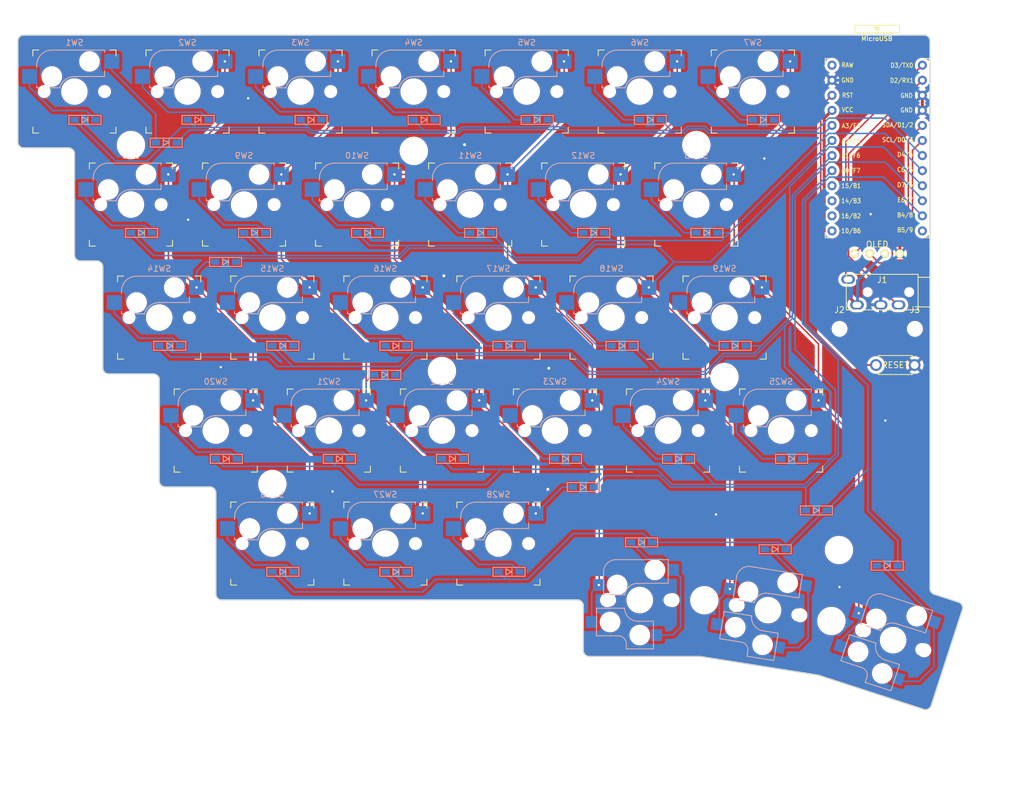
<source format=kicad_pcb>
(kicad_pcb (version 20221018) (generator pcbnew)
  (layers (0 "F.Cu" signal) (31 "B.Cu" signal) (34 "B.Paste" user) (35 "F.Paste" user) (36 "B.SilkS" user "B.Silkscreen") (37 "F.SilkS" user "F.Silkscreen") (38 "B.Mask" user) (39 "F.Mask" user) (44 "Edge.Cuts" user))
  (net 0 "")
  (net 1 "COL0")
  (net 2 "Net-(D1-K)")
  (net 3 "COL1")
  (net 4 "Net-(D2-K)")
  (net 5 "COL2")
  (net 6 "Net-(D3-K)")
  (net 7 "COL3")
  (net 8 "Net-(D4-K)")
  (net 9 "ROW0")
  (net 10 "Net-(D5-A)")
  (net 11 "Net-(D6-A)")
  (net 12 "Net-(D7-A)")
  (net 13 "Net-(D8-K)")
  (net 14 "Net-(D9-K)")
  (net 15 "Net-(D10-K)")
  (net 16 "Net-(D11-A)")
  (net 17 "ROW1")
  (net 18 "Net-(D12-A)")
  (net 19 "Net-(D13-A)")
  (net 20 "Net-(D14-K)")
  (net 21 "Net-(D15-K)")
  (net 22 "Net-(D16-K)")
  (net 23 "Net-(D17-A)")
  (net 24 "Net-(D18-A)")
  (net 25 "ROW2")
  (net 26 "Net-(D19-A)")
  (net 27 "Net-(D20-K)")
  (net 28 "Net-(D21-K)")
  (net 29 "Net-(D22-K)")
  (net 30 "Net-(D23-A)")
  (net 31 "Net-(D24-A)")
  (net 32 "Net-(D25-A)")
  (net 33 "ROW3")
  (net 34 "Net-(D26-K)")
  (net 35 "Net-(D27-K)")
  (net 36 "Net-(D28-K)")
  (net 37 "Net-(D29-A)")
  (net 38 "Net-(D30-A)")
  (net 39 "Net-(D31-A)")
  (net 40 "Net-(D36-A)")
  (net 41 "ROW4")
  (net 42 "Net-(D33-A)")
  (net 43 "Net-(D34-A)")
  (net 44 "Net-(D35-A)")
  (net 45 "DATA")
  (net 46 "GND")
  (net 47 "VCC")
  (net 48 "DATA_AUG")
  (net 49 "SDA")
  (net 50 "SCL")
  (net 51 "RESET")
  (footprint "keyswitches:Kailh_socket_MX" (layer "F.Cu") (at 38.1 47.625)
    (fp_text reference "SW8")
    (fp_text value "SW_PUSH")
  )
  (footprint "keyswitches:Kailh_socket_MX" (layer "F.Cu") (at 61.9125 104.775)
    (fp_text reference "SW26")
    (fp_text value "SW_PUSH")
  )
  (footprint "tsuburin-keyboard:CherryMX_Choc_Hotswap" (layer "F.Cu") (at 123.825 114.3)
    (fp_text reference "SW29" hide)
    (fp_text value "SW_PUSH" hide)
  )
  (footprint "tsuburin-keyboard:CherryMX_Choc_Hotswap" (layer "F.Cu") (at 166.50611 121.061862 -18)
    (fp_text reference "SW31" hide)
    (fp_text value "SW_PUSH" hide)
  )
  (footprint "MountingHole:MountingHole_2.2mm_M2" (layer "F.Cu") (at 157.48 68.58)
    (fp_text reference "J2")
    (fp_text value "Conn_01x01_Pin")
  )
  (footprint "keyswitches:Kailh_socket_MX" (layer "F.Cu") (at 128.5875 85.725)
    (fp_text reference "SW24")
    (fp_text value "SW_PUSH")
  )
  (footprint "keyswitches:Kailh_socket_MX" (layer "F.Cu") (at 66.675 28.575)
    (fp_text reference "SW3")
    (fp_text value "SW_PUSH")
  )
  (footprint "tsuburin-keyboard:CherryMX_Choc_Hotswap" (layer "F.Cu") (at 145.428491 116.000655 -9)
    (fp_text reference "SW30" hide)
    (fp_text value "SW_PUSH" hide)
  )
  (footprint "kbd:spacer_m2" (layer "F.Cu") (at 133.35 37.592)
    (fp_text reference "J6" hide)
    (fp_text value "Conn_01x01_Pin" hide)
  )
  (footprint "keyswitches:Kailh_socket_MX" (layer "F.Cu") (at 76.2 47.625)
    (fp_text reference "SW10")
    (fp_text value "SW_PUSH")
  )
  (footprint "kbd:spacer_m2" (layer "F.Cu") (at 61.9252 94.742)
    (fp_text reference "J9" hide)
    (fp_text value "Conn_01x01_Pin" hide)
  )
  (footprint "keyswitches:Kailh_socket_MX" (layer "F.Cu") (at 142.875 28.575)
    (fp_text reference "SW7")
    (fp_text value "SW_PUSH")
  )
  (footprint "keyswitches:Kailh_socket_MX" (layer "F.Cu") (at 61.9125 66.675)
    (fp_text reference "SW15")
    (fp_text value "SW_PUSH")
  )
  (footprint "kbd:spacer_m2" (layer "F.Cu") (at 138.0998 76.708)
    (fp_text reference "J8" hide)
    (fp_text value "Conn_01x01_Pin" hide)
  )
  (footprint "keyswitches:Kailh_socket_MX" (layer "F.Cu") (at 114.3 47.625)
    (fp_text reference "SW12")
    (fp_text value "SW_PUSH")
  )
  (footprint "keyswitches:Kailh_socket_MX" (layer "F.Cu") (at 100.0125 104.775)
    (fp_text reference "SW28")
    (fp_text value "SW_PUSH")
  )
  (footprint "keyswitches:Kailh_socket_MX" (layer "F.Cu") (at 71.4375 85.725)
    (fp_text reference "SW21")
    (fp_text value "SW_PUSH")
  )
  (footprint "keyswitches:Kailh_socket_MX" (layer "F.Cu") (at 47.625 28.575)
    (fp_text reference "SW2")
    (fp_text value "SW_PUSH")
  )
  (footprint "keyswitches:Kailh_socket_MX" (layer "F.Cu") (at 85.725 28.575)
    (fp_text reference "SW4")
    (fp_text value "SW_PUSH")
  )
  (footprint "kbd:spacer_m2" (layer "F.Cu") (at 85.7504 38.5826)
    (fp_text reference "J5" hide)
    (fp_text value "Conn_01x01_Pin" hide)
  )
  (footprint "keyswitches:Kailh_socket_MX" (layer "F.Cu") (at 147.6375 85.725)
    (fp_text reference "SW25")
    (fp_text value "SW_PUSH")
  )
  (footprint "keyswitches:Kailh_socket_MX" (layer "F.Cu") (at 57.15 47.625)
    (fp_text reference "SW9")
    (fp_text value "SW_PUSH")
  )
  (footprint "kbd:spacer_m2" (layer "F.Cu") (at 157.3784 105.8672)
    (fp_text reference "J10" hide)
    (fp_text value "Conn_01x01_Pin" hide)
  )
  (footprint "kbd:OLED_v2" (layer "F.Cu") (at 163.83 55.88)
    (fp_text reference "OL1")
    (fp_text value "OLED" hide)
  )
  (footprint "kbd:spacer_m2" (layer "F.Cu") (at 90.5002 75.692)
    (fp_text reference "J7" hide)
    (fp_text value "Conn_01x01_Pin" hide)
  )
  (footprint "kbd:ResetSW_1side" (layer "F.Cu") (at 166.878 74.676 180)
    (fp_text reference "SW_RESET1" hide)
    (fp_text value "SW_Push")
  )
  (footprint "keyswitches:Kailh_socket_MX" (layer "F.Cu") (at 100.0125 66.675)
    (fp_text reference "SW17")
    (fp_text value "SW_PUSH")
  )
  (footprint "keyswitches:Kailh_socket_MX" (layer "F.Cu") (at 119.0625 66.675)
    (fp_text reference "SW18")
    (fp_text value "SW_PUSH")
  )
  (footprint "kbd:ProMicro_v3" (layer "F.Cu") (at 163.8186 38.608)
    (fp_text reference "U1" hide)
    (fp_text value "ProMicro" hide)
  )
  (footprint "keyswitches:Kailh_socket_MX" (layer "F.Cu") (at 104.775 28.575)
    (fp_text reference "SW5")
    (fp_text value "SW_PUSH")
  )
  (footprint "keyswitches:Kailh_socket_MX" (layer "F.Cu") (at 90.4875 85.725)
    (fp_text reference "SW22")
    (fp_text value "SW_PUSH")
  )
  (footprint "keyswitches:Kailh_socket_MX" (layer "F.Cu") (at 133.35 47.625)
    (fp_text reference "SW13")
    (fp_text value "SW_PUSH")
  )
  (footprint "keyswitches:Kailh_socket_MX" (layer "F.Cu") (at 95.25 47.625)
    (fp_text reference "SW11")
    (fp_text value "SW_PUSH")
  )
  (footprint "keyswitches:Kailh_socket_MX" (layer "F.Cu") (at 109.5375 85.725)
    (fp_text reference "SW23")
    (fp_text value "SW_PUSH")
  )
  (footprint "kbd:spacer_m2" (layer "F.Cu") (at 38.1 37.592)
    (fp_text reference "J4" hide)
    (fp_text value "Conn_01x01_Pin" hide)
  )
  (footprint "kbd:spacer_m2" (layer "F.Cu") (at 134.6962 114.3254)
    (fp_text reference "J11" hide)
    (fp_text value "Conn_01x01_Pin" hide)
  )
  (footprint "keyswitches:Kailh_socket_MX" (layer "F.Cu") (at 80.9625 104.775)
    (fp_text reference "SW27")
    (fp_text value "SW_PUSH")
  )
  (footprint "MJ-4PP-9:MJ-4PP-9" (layer "F.Cu") (at 164.6648 62.4324 180)
    (fp_text reference "J1")
    (fp_text value "MJ-4PP-9")
  )
  (footprint "keyswitches:Kailh_socket_MX" (layer "F.Cu") (at 52.3875 85.725)
    (fp_text reference "SW20")
    (fp_text value "SW_PUSH")
  )
  (footprint "keyswitches:Kailh_socket_MX" (layer "F.Cu") (at 138.1125 66.675)
    (fp_text reference "SW19")
    (fp_text value "SW_PUSH")
  )
  (footprint "kbd:spacer_m2" (layer "F.Cu") (at 156.1084 117.8306)
    (fp_text reference "J12" hide)
    (fp_text value "Conn_01x01_Pin" hide)
  )
  (footprint "keyswitches:Kailh_socket_MX" (layer "F.Cu") (at 80.9625 66.675)
    (fp_text reference "SW16")
    (fp_text value "SW_PUSH")
  )
  (footprint "MountingHole:MountingHole_2.2mm_M2" (layer "F.Cu") (at 170.18 68.58)
    (fp_text reference "J3")
    (fp_text value "Conn_01x01_Pin")
  )
  (footprint "keyswitches:Kailh_socket_MX" (layer "F.Cu") (at 42.8625 66.675)
    (fp_text reference "SW14")
    (fp_text value "SW_PUSH")
  )
  (footprint "keyswitches:Kailh_socket_MX" (layer "F.Cu") (at 123.825 28.575)
    (fp_text reference "SW6")
    (fp_text value "SW_PUSH")
  )
  (footprint "keyswitches:Kailh_socket_MX" (layer "F.Cu") (at 28.575 28.575)
    (fp_text reference "SW1")
    (fp_text value "SW_PUSH")
  )
  (footprint "kbd:D3_SMD_v2" (layer "B.Cu") (at 44.6375 71.4375 180)
    (fp_text reference "D14" hide)
    (fp_text value "D" hide)
  )
  (footprint "kbd:D3_SMD_v2" (layer "B.Cu") (at 139.8875 71.4375 180)
    (fp_text reference "D19" hide)
    (fp_text value "D" hide)
  )
  (footprint "kbd:D3_SMD_v2" (layer "B.Cu") (at 146.6342 105.7402 180)
    (fp_text reference "D30" hide)
    (fp_text value "D" hide)
  )
  (footprint "kbd:D3_SMD_v2" (layer "B.Cu") (at 165.52 108.51 180)
    (fp_text reference "D31" hide)
    (fp_text value "D" hide)
  )
  (footprint "kbd:D3_SMD_v2" (layer "B.Cu") (at 111.3125 90.4875 180)
    (fp_text reference "D23" hide)
    (fp_text value "D" hide)
  )
  (footprint "kbd:D3_SMD_v2" (layer "B.Cu") (at 58.925 52.3875 180)
    (fp_text reference "D9" hide)
    (fp_text value "D" hide)
  )
  (footprint "kbd:D3_SMD_v2" (layer "B.Cu") (at 63.6875 109.5375 180)
    (fp_text reference "D26" hide)
    (fp_text value "D" hide)
  )
  (footprint "kbd:D3_SMD_v2" (layer "B.Cu") (at 54.0482 57.3024 180)
    (fp_text reference "D34" hide)
    (fp_text value "D" hide)
  )
  (footprint "kbd:D3_SMD_v2" (layer "B.Cu") (at 82.7375 109.5375 180)
    (fp_text reference "D27" hide)
    (fp_text value "D" hide)
  )
  (footprint "kbd:D3_SMD_v2" (layer "B.Cu") (at 92.2625 90.4875 180)
    (fp_text reference "D22" hide)
    (fp_text value "D" hide)
  )
  (footprint "kbd:D3_SMD_v2" (layer "B.Cu") (at 87.5 33.3375 180)
    (fp_text reference "D4" hide)
    (fp_text value "D" hide)
  )
  (footprint "kbd:D3_SMD_v2" (layer "B.Cu") (at 73.2125 90.4875 180)
    (fp_text reference "D21" hide)
    (fp_text value "D" hide)
  )
  (footprint "kbd:D3_SMD_v2" (layer "B.Cu") (at 44.0436 37.1856 180)
    (fp_text reference "D33" hide)
    (fp_text value "D" hide)
  )
  (footprint "kbd:D3_SMD_v2" (layer "B.Cu") (at 153.5684 99.187 180)
    (fp_text reference "D32" hide)
    (fp_text value "D" hide)
  )
  (footprint "kbd:D3_SMD_v2" (layer "B.Cu") (at 49.4 33.3375 180)
    (fp_text reference "D2" hide)
    (fp_text value "D" hide)
  )
  (footprint "kbd:D3_SMD_v2" (layer "B.Cu") (at 125.6 33.3375 180)
    (fp_text reference "D6" hide)
    (fp_text value "D" hide)
  )
  (footprint "kbd:D3_SMD_v2" (layer "B.Cu") (at 63.6875 71.4375 180)
    (fp_text reference "D15" hide)
    (fp_text value "D" hide)
  )
  (footprint "kbd:D3_SMD_v2" (layer "B.Cu") (at 135.125 52.3875 180)
    (fp_text reference "D13" hide)
    (fp_text value "D" hide)
  )
  (footprint "kbd:D3_SMD_v2" (layer "B.Cu") (at 149.4125 90.4875 180)
    (fp_text reference "D25" hide)
    (fp_text value "D" hide)
  )
  (footprint "kbd:D3_SMD_v2" (layer "B.Cu") (at 124.1298 104.5718 180)
    (fp_text reference "D29" hide)
    (fp_text value "D" hide)
  )
  (footprint "kbd:D3_SMD_v2" (layer "B.Cu") (at 97.025 52.3875 180)
    (fp_text reference "D11" hide)
    (fp_text value "D" hide)
  )
  (footprint "kbd:D3_SMD_v2" (layer "B.Cu") (at 77.975 52.3875 180)
    (fp_text reference "D10" hide)
    (fp_text value "D" hide)
  )
  (footprint "kbd:D3_SMD_v2" (layer "B.Cu") (at 120.8375 71.4375 180)
    (fp_text reference "D18" hide)
    (fp_text value "D" hide)
  )
  (footprint "kbd:D3_SMD_v2" (layer "B.Cu") (at 116.075 52.3875 180)
    (fp_text reference "D12" hide)
    (fp_text value "D" hide)
  )
  (footprint "kbd:D3_SMD_v2" (layer "B.Cu") (at 106.55 33.3375 180)
    (fp_text reference "D5" hide)
    (fp_text value "D" hide)
  )
  (footprint "kbd:D3_SMD_v2" (layer "B.Cu") (at 114.3 95.25 180)
    (fp_text reference "D36" hide)
    (fp_text value "D" hide)
  )
  (footprint "kbd:D3_SMD_v2" (layer "B.Cu") (at 82.7375 71.4375 180)
    (fp_text reference "D16" hide)
    (fp_text value "D" hide)
  )
  (footprint "kbd:D3_SMD_v2" (layer "B.Cu") (at 68.45 33.3375 180)
    (fp_text reference "D3" hide)
    (fp_text value "D" hide)
  )
  (footprint "kbd:D3_SMD_v2" (layer "B.Cu") (at 130.3625 90.4875 180)
    (fp_text reference "D24" hide)
    (fp_text value "D" hide)
  )
  (footprint "kbd:D3_SMD_v2" (layer "B.Cu") (at 54.1625 90.4875 180)
    (fp_text reference "D20" hide)
    (fp_text value "D" hide)
  )
  (footprint "kbd:D3_SMD_v2" (layer "B.Cu") (at 39.875 52.3875 180)
    (fp_text reference "D8" hide)
    (fp_text value "D" hide)
  )
  (footprint "kbd:D3_SMD_v2" (layer "B.Cu") (at 101.7875 71.4375 180)
    (fp_text reference "D17" hide)
    (fp_text value "D" hide)
  )
  (footprint "kbd:D3_SMD_v2" (layer "B.Cu") (at 80.8706 76.327 180)
    (fp_text reference "D35" hide)
    (fp_text value "D" hide)
  )
  (footprint "kbd:D3_SMD_v2" (layer "B.Cu") (at 144.65 33.3375 180)
    (fp_text reference "D7" hide)
    (fp_text value "D" hide)
  )
  (footprint "kbd:D3_SMD_v2" (layer "B.Cu") (at 30.35 33.3375 180)
    (fp_text reference "D1" hide)
    (fp_text value "D" hide)
  )
  (footprint "kbd:D3_SMD_v2" (layer "B.Cu") (at 101.7875 109.5375 180)
    (fp_text reference "D28" hide)
    (fp_text value "D" hide)
  )
  (gr_arc (start 173.409583 113.316029) (mid 172.909594 112.952756) (end 172.7186 112.364973) (stroke (width 0.2)) (layer "Edge.Cuts"))
  (gr_arc (start 53.411999 114.274999) (mid 52.704893 113.982105) (end 52.411999 113.274999) (stroke (width 0.2)) (layer "Edge.Cuts"))
  (gr_arc (start 172.914547 132.081503) (mid 172.417483 132.663495) (end 171.654473 132.723543) (stroke (width 0.2)) (layer "Edge.Cuts"))
  (gr_line (start 114.324999 122.8) (end 114.324999 115.274999) (stroke (width 0.2)) (layer "Edge.Cuts"))
  (gr_line (start 20.05 19.05) (end 171.7186 19.05) (stroke (width 0.2)) (layer "Edge.Cuts"))
  (gr_arc (start 51.411999 95.224999) (mid 52.119107 95.517892) (end 52.411999 96.224999) (stroke (width 0.2)) (layer "Edge.Cuts"))
  (gr_line (start 133.9436 123.8) (end 115.324999 123.8) (stroke (width 0.2)) (layer "Edge.Cuts"))
  (gr_line (start 42.887 94.224999) (end 42.887 77.174999) (stroke (width 0.2)) (layer "Edge.Cuts"))
  (gr_line (start 33.362 75.174999) (end 33.362 58.124999) (stroke (width 0.2)) (layer "Edge.Cuts"))
  (gr_line (start 51.411999 95.224999) (end 43.887 95.224999) (stroke (width 0.2)) (layer "Edge.Cuts"))
  (gr_line (start 41.887 76.174999) (end 34.362 76.174999) (stroke (width 0.2)) (layer "Edge.Cuts"))
  (gr_line (start 178.167833 115.913543) (end 172.914547 132.081503) (stroke (width 0.2)) (layer "Edge.Cuts"))
  (gr_line (start 32.362 57.124999) (end 29.6 57.124999) (stroke (width 0.2)) (layer "Edge.Cuts"))
  (gr_line (start 52.411999 113.274999) (end 52.411999 96.224999) (stroke (width 0.2)) (layer "Edge.Cuts"))
  (gr_line (start 27.6 38.075) (end 20.05 38.075) (stroke (width 0.2)) (layer "Edge.Cuts"))
  (gr_arc (start 43.887 95.224999) (mid 43.179894 94.932106) (end 42.887 94.224999) (stroke (width 0.2)) (layer "Edge.Cuts"))
  (gr_line (start 28.6 56.124999) (end 28.6 39.075) (stroke (width 0.2)) (layer "Edge.Cuts"))
  (gr_arc (start 177.525794 114.65347) (mid 178.107782 115.150532) (end 178.167833 115.913543) (stroke (width 0.2)) (layer "Edge.Cuts"))
  (gr_line (start 19.05 37.075) (end 19.05 20.05) (stroke (width 0.2)) (layer "Edge.Cuts"))
  (gr_arc (start 171.7186 19.05) (mid 172.425707 19.342893) (end 172.7186 20.05) (stroke (width 0.2)) (layer "Edge.Cuts"))
  (gr_arc (start 19.05 20.05) (mid 19.342893 19.342893) (end 20.05 19.05) (stroke (width 0.2)) (layer "Edge.Cuts"))
  (gr_arc (start 34.362 76.174999) (mid 33.654894 75.882106) (end 33.362 75.174999) (stroke (width 0.2)) (layer "Edge.Cuts"))
  (gr_arc (start 20.05 38.075) (mid 19.342893 37.782107) (end 19.05 37.075) (stroke (width 0.2)) (layer "Edge.Cuts"))
  (gr_arc (start 29.6 57.124999) (mid 28.892894 56.832106) (end 28.6 56.124999) (stroke (width 0.2)) (layer "Edge.Cuts"))
  (gr_line (start 153.93609 126.96649) (end 133.9436 123.8) (stroke (width 0.2)) (layer "Edge.Cuts"))
  (gr_arc (start 32.362 57.124999) (mid 33.069107 57.417892) (end 33.362 58.124999) (stroke (width 0.2)) (layer "Edge.Cuts"))
  (gr_line (start 171.654473 132.723543) (end 153.93609 126.96649) (stroke (width 0.2)) (layer "Edge.Cuts"))
  (gr_arc (start 113.324999 114.274999) (mid 114.032107 114.567892) (end 114.324999 115.274999) (stroke (width 0.2)) (layer "Edge.Cuts"))
  (gr_line (start 172.7186 20.05) (end 172.7186 112.364973) (stroke (width 0.2)) (layer "Edge.Cuts"))
  (gr_line (start 113.324999 114.274999) (end 53.411999 114.274999) (stroke (width 0.2)) (layer "Edge.Cuts"))
  (gr_arc (start 41.887 76.174999) (mid 42.594107 76.467892) (end 42.887 77.174999) (stroke (width 0.2)) (layer "Edge.Cuts"))
  (gr_arc (start 27.6 38.075) (mid 28.307107 38.367893) (end 28.6 39.075) (stroke (width 0.2)) (layer "Edge.Cuts"))
  (gr_line (start 173.409583 113.316029) (end 177.525794 114.65347) (stroke (width 0.2)) (layer "Edge.Cuts"))
  (gr_arc (start 115.324999 123.8) (mid 114.617893 123.507106) (end 114.324999 122.8) (stroke (width 0.2)) (layer "Edge.Cuts"))
  (segment (start 111.0809 23.5109) (end 111.0809 33.0041) (width 0.25) (layer "F.Cu") (net 1))
  (segment (start 117 81.8175) (end 117 111.685) (width 0.25) (layer "F.Cu") (net 1))
  (segment (start 101.5559 56.8484) (end 106.3025 61.595) (width 0.25) (layer "F.Cu") (net 1))
  (segment (start 106.3025 61.595) (end 115.8275 71.12) (width 0.25) (layer "F.Cu") (net 1))
  (segment (start 115.8275 80.645) (end 117 81.8175) (width 0.25) (layer "F.Cu") (net 1))
  (segment (start 101.5559 42.5609) (end 101.5559 56.8484) (width 0.25) (layer "F.Cu") (net 1))
  (segment (start 111.065 23.495) (end 111.0809 23.5109) (width 0.25) (layer "F.Cu") (net 1))
  (segment (start 117 111.685) (end 116.925 111.76) (width 0.25) (layer "F.Cu") (net 1))
  (segment (start 115.8275 71.12) (end 115.8275 80.645) (width 0.25) (layer "F.Cu") (net 1))
  (segment (start 101.54 42.545) (end 101.5559 42.5609) (width 0.25) (layer "F.Cu") (net 1))
  (segment (start 111.0809 33.0041) (end 101.54 42.545) (width 0.25) (layer "F.Cu") (net 1))
  (via (at 111.065 23.495) (size 0.8) (drill 0.4) (layers "F.Cu" "B.Cu") (net 1))
  (via (at 106.3025 61.595) (size 0.8) (drill 0.4) (layers "F.Cu" "B.Cu") (net 1))
  (via (at 115.8275 80.645) (size 0.8) (drill 0.4) (layers "F.Cu" "B.Cu") (net 1))
  (via (at 116.925 111.76) (size 0.8) (drill 0.4) (layers "F.Cu" "B.Cu") (net 1))
  (via (at 101.54 42.545) (size 0.8) (drill 0.4) (layers "F.Cu" "B.Cu") (net 1))
  (segment (start 101.54 42.545) (end 101.54 42.51) (width 0.25) (layer "B.Cu") (net 1))
  (segment (start 115.725 112.96) (end 116.925 111.76) (width 0.25) (layer "B.Cu") (net 1))
  (segment (start 134.6454 34.8742) (end 132.0292 34.8742) (width 0.25) (layer "B.Cu") (net 1))
  (segment (start 67.773404 35.07) (end 47.9342 35.07) (width 0.25) (layer "B.Cu") (net 1))
  (segment (start 135.3566 35.5854) (end 134.6454 34.8742) (width 0.25) (layer "B.Cu") (net 1))
  (segment (start 111.003604 34.97) (end 109.08 34.97) (width 0.25) (layer "B.Cu") (net 1))
  (segment (start 101.54 42.51) (end 109.08 34.97) (width 0.25) (layer "B.Cu") (net 1))
  (segment (start 93.390996 35.5854) (end 68.288804 35.5854) (width 0.25) (layer "B.Cu") (net 1))
  (segment (start 47.9342 35.07) (end 45.8186 37.1856) (width 0.25) (layer "B.Cu") (net 1))
  (segment (start 115.725 118) (end 115.725 112.96) (width 0.25) (layer "B.Cu") (net 1))
  (segment (start 156.21 34.29) (end 154.9146 35.5854) (width 0.25) (layer "B.Cu") (net 1))
  (segment (start 68.288804 35.5854) (end 67.773404 35.07) (width 0.25) (layer "B.Cu") (net 1))
  (segment (start 154.9146 35.5854) (end 135.3566 35.5854) (width 0.25) (layer "B.Cu") (net 1))
  (segment (start 94.006396 34.97) (end 93.390996 35.5854) (width 0.25) (layer "B.Cu") (net 1))
  (segment (start 131.318 35.5854) (end 111.619004 35.5854) (width 0.25) (layer "B.Cu") (net 1))
  (segment (start 132.0292 34.8742) (end 131.318 35.5854) (width 0.25) (layer "B.Cu") (net 1))
  (segment (start 109.08 34.97) (end 94.006396 34.97) (width 0.25) (layer "B.Cu") (net 1))
  (segment (start 111.619004 35.5854) (end 111.003604 34.97) (width 0.25) (layer "B.Cu") (net 1))
  (segment (start 21.015 26.035) (end 21.015 27.828684) (width 0.25) (layer "B.Cu") (net 2))
  (segment (start 30.5629 31.7754) (end 32.125 33.3375) (width 0.25) (layer "B.Cu") (net 2))
  (segment (start 24.961716 31.7754) (end 30.5629 31.7754) (width 0.25) (layer "B.Cu") (net 2))
  (segment (start 21.015 27.828684) (end 24.961716 31.7754) (width 0.25) (layer "B.Cu") (net 2))
  (segment (start 130.1309 33.0041) (end 120.59 42.545) (width 0.25) (layer "F.Cu") (net 3))
  (segment (start 120.6059 56.8484) (end 125.3525 61.595) (width 0.25) (layer "F.Cu") (net 3))
  (segment (start 125.3525 61.595) (end 134.8775 71.12) (width 0.25) (layer "F.Cu") (net 3))
  (segment (start 134.8775 80.645) (end 139.010785 84.778285) (width 0.25) (layer "F.Cu") (net 3))
  (segment (start 134.8775 71.12) (end 134.8775 80.645) (width 0.25) (layer "F.Cu") (net 3))
  (segment (start 130.115 23.495) (end 130.1309 23.5109) (width 0.25) (layer "F.Cu") (net 3))
  (segment (start 130.1309 23.5109) (end 130.1309 33.0041) (width 0.25) (layer "F.Cu") (net 3))
  (segment (start 139.010785 84.778285) (end 139.010785 112.412529) (width 0.25) (layer "F.Cu") (net 3))
  (segment (start 120.6059 42.5609) (end 120.6059 56.8484) (width 0.25) (layer "F.Cu") (net 3))
  (segment (start 120.59 42.545) (end 120.6059 42.5609) (width 0.25) (layer "F.Cu") (net 3))
  (via (at 120.59 42.545) (size 0.8) (drill 0.4) (layers "F.Cu" "B.Cu") (net 3))
  (via (at 139.010785 112.412529) (size 0.8) (drill 0.4) (layers "F.Cu" "B.Cu") (net 3))
  (via (at 134.8775 80.645) (size 0.8) (drill 0.4) (layers "F.Cu" "B.Cu") (net 3))
  (via (at 125.3525 61.595) (size 0.8) (drill 0.4) (layers "F.Cu" "B.Cu") (net 3))
  (via (at 130.115 23.495) (size 0.8) (drill 0.4) (layers "F.Cu" "B.Cu") (net 3))
  (segment (start 129.5908 57.3024) (end 126.6284 54.34) (width 0.25) (layer "B.Cu") (net 3))
  (segment (start 100.663604 54.98) (end 85.05 54.98) (width 0.25) (layer "B.Cu") (net 3))
  (segment (start 113.596396 57) (end 102.683604 57) (width 0.25) (layer "B.Cu") (net 3))
  (segment (start 136.849408 118.387983) (end 137.2212 118.016191) (width 0.25) (layer "B.Cu") (net 3))
  (segment (start 102.683604 57) (end 100.663604 54.98) (width 0.25) (layer "B.Cu") (net 3))
  (segment (start 125.3525 61.595) (end 125.3525 61.5407) (width 0.25) (layer "B.Cu") (net 3))
  (segment (start 56.4456 56.68) (end 55.8232 57.3024) (width 0.25) (layer "B.Cu") (net 3))
  (segment (start 83.35 56.68) (end 56.4456 56.68) (width 0.25) (layer "B.Cu") (net 3))
  (segment (start 116.256396 54.34) (end 113.596396 57) (width 0.25) (layer "B.Cu") (net 3))
  (segment (start 126.6284 54.34) (end 116.256396 54.34) (width 0.25) (layer "B.Cu") (net 3))
  (segment (start 125.3525 61.5407) (end 129.5908 57.3024) (width 0.25) (layer "B.Cu") (net 3))
  (segment (start 135.7376 57.3024) (end 129.5908 57.3024) (width 0.25) (layer "B.Cu") (net 3))
  (segment (start 137.2212 118.016191) (end 137.2212 114.202114) (width 0.25) (layer "B.Cu") (net 3))
  (segment (start 137.2212 114.202114) (end 139.010785 112.412529) (width 0.25) (layer "B.Cu") (net 3))
  (segment (start 156.21 36.83) (end 135.7376 57.3024) (width 0.25) (layer "B.Cu") (net 3))
  (segment (start 85.05 54.98) (end 83.35 56.68) (width 0.25) (layer "B.Cu") (net 3))
  (segment (start 40.065 26.035) (end 40.065 27.828684) (width 0.25) (layer "B.Cu") (net 4))
  (segment (start 44.291116 32.0548) (end 49.8923 32.0548) (width 0.25) (layer "B.Cu") (net 4))
  (segment (start 40.065 27.828684) (end 44.291116 32.0548) (width 0.25) (layer "B.Cu") (net 4))
  (segment (start 49.8923 32.0548) (end 51.175 33.3375) (width 0.25) (layer "B.Cu") (net 4))
  (segment (start 149.1996 23.5296) (end 149.1996 32.9854) (width 0.25) (layer "F.Cu") (net 5))
  (segment (start 153.9275 71.12) (end 153.9275 80.645) (width 0.25) (layer "F.Cu") (net 5))
  (segment (start 149.1996 32.9854) (end 139.64 42.545) (width 0.25) (layer "F.Cu") (net 5))
  (segment (start 139.7254 56.9179) (end 144.4025 61.595) (width 0.25) (layer "F.Cu") (net 5))
  (segment (start 153.9275 80.645) (end 160.728723 87.446223) (width 0.25) (layer "F.Cu") (net 5))
  (segment (start 139.7254 42.6304) (end 139.7254 56.9179) (width 0.25) (layer "F.Cu") (net 5))
  (segment (start 144.4025 61.595) (end 153.9275 71.12) (width 0.25) (layer "F.Cu") (net 5))
  (segment (start 139.64 42.545) (end 139.7254 42.6304) (width 0.25) (layer "F.Cu") (net 5))
  (segment (start 160.728723 87.446223) (end 160.728723 116.513961) (width 0.25) (layer "F.Cu") (net 5))
  (segment (start 149.165 23.495) (end 149.1996 23.5296) (width 0.25) (layer "F.Cu") (net 5))
  (via (at 139.64 42.545) (size 0.8) (drill 0.4) (layers "F.Cu" "B.Cu") (net 5))
  (via (at 153.9275 80.645) (size 0.8) (drill 0.4) (layers "F.Cu" "B.Cu") (net 5))
  (via (at 160.728723 116.513961) (size 0.8) (drill 0.4) (layers "F.Cu" "B.Cu") (net 5))
  (via (at 144.4025 61.595) (size 0.8) (drill 0.4) (layers "F.Cu" "B.Cu") (net 5))
  (via (at 149.165 23.495) (size 0.8) (drill 0.4) (layers "F.Cu" "B.Cu") (net 5))
  (segment (start 112.02 73.06) (end 115.2 76.24) (width 0.25) (layer "B.Cu") (net 5))
  (segment (start 156.21 39.37) (end 149.53 46.049999) (width 0.25) (layer "B.Cu") (net 5))
  (segment (start 115.2 76.24) (end 134.996911 76.24) (width 0.25) (layer "B.Cu") (net 5))
  (segment (start 153.9275 80.645) (end 148.2526 74.9701) (width 0.25) (layer "B.Cu") (net 5))
  (segment (start 157.659189 121.104546) (end 160.728723 118.035012) (width 0.25) (layer "B.Cu") (net 5))
  (segment (start 157.659189 122.077733) (end 157.659189 121.104546) (width 0.25) (layer "B.Cu") (net 5))
  (segment (start 85.9126 73.06) (end 112.02 73.06) (width 0.25) (layer "B.Cu") (net 5))
  (segment (start 160.728723 118.035012) (end 160.728723 116.513961) (width 0.25) (layer "B.Cu") (net 5))
  (segment (start 143.2156 73.167) (end 148.2526 68.13) (width 0.25) (layer "B.Cu") (net 5))
  (segment (start 149.53 46.049999) (end 149.53 66.8526) (width 0.25) (layer "B.Cu") (net 5))
  (segment (start 149.53 66.8526) (end 148.2526 68.13) (width 0.25) (layer "B.Cu") (net 5))
  (segment (start 148.2526 74.9701) (end 148.2526 68.13) (width 0.25) (layer "B.Cu") (net 5))
  (segment (start 82.6456 76.327) (end 85.9126 73.06) (width 0.25) (layer "B.Cu") (net 5))
  (segment (start 138.069911 73.167) (end 143.2156 73.167) (width 0.25) (layer "B.Cu") (net 5))
  (segment (start 134.996911 76.24) (end 138.069911 73.167) (width 0.25) (layer "B.Cu") (net 5))
  (segment (start 59.115 27.828684) (end 63.264916 31.9786) (width 0.25) (layer "B.Cu") (net 6))
  (segment (start 68.8661 31.9786) (end 70.225 33.3375) (width 0.25) (layer "B.Cu") (net 6))
  (segment (start 63.264916 31.9786) (end 68.8661 31.9786) (width 0.25) (layer "B.Cu") (net 6))
  (segment (start 59.115 26.035) (end 59.115 27.828684) (width 0.25) (layer "B.Cu") (net 6))
  (segment (start 157.2514 89.8398) (end 151.8666 95.2246) (width 0.25) (layer "B.Cu") (net 7))
  (segment (start 127.083604 93.31) (end 129.023604 95.25) (width 0.25) (layer "B.Cu") (net 7))
  (segment (start 151.2498 46.8702) (end 151.2498 67.746196) (width 0.25) (layer "B.Cu") (net 7))
  (segment (start 151.8412 95.25) (end 151.8666 95.2246) (width 0.25) (layer "B.Cu") (net 7))
  (segment (start 151.2498 67.746196) (end 157.2514 73.747796) (width 0.25) (layer "B.Cu") (net 7))
  (segment (start 151.7934 95.3038) (end 151.7904 95.3008) (width 0.25) (layer "B.Cu") (net 7))
  (segment (start 151.8666 95.2246) (end 151.7904 95.3008) (width 0.25) (layer "B.Cu") (net 7))
  (segment (start 151.7934 99.187) (end 151.7934 95.3038) (width 0.25) (layer "B.Cu") (net 7))
  (segment (start 118.015 93.31) (end 127.083604 93.31) (width 0.25) (layer "B.Cu") (net 7))
  (segment (start 156.21 41.91) (end 151.2498 46.8702) (width 0.25) (layer "B.Cu") (net 7))
  (segment (start 129.023604 95.25) (end 151.8412 95.25) (width 0.25) (layer "B.Cu") (net 7))
  (segment (start 116.075 95.25) (end 118.015 93.31) (width 0.25) (layer "B.Cu") (net 7))
  (segment (start 157.2514 73.747796) (end 157.2514 89.8398) (width 0.25) (layer "B.Cu") (net 7))
  (segment (start 87.9923 32.0548) (end 89.275 33.3375) (width 0.25) (layer "B.Cu") (net 8))
  (segment (start 78.165 27.828684) (end 82.391116 32.0548) (width 0.25) (layer "B.Cu") (net 8))
  (segment (start 78.165 26.035) (end 78.165 27.828684) (width 0.25) (layer "B.Cu") (net 8))
  (segment (start 82.391116 32.0548) (end 87.9923 32.0548) (width 0.25) (layer "B.Cu") (net 8))
  (segment (start 93.2046 35.1354) (end 93.82 34.52) (width 0.25) (layer "B.Cu") (net 9))
  (segment (start 48.93 34.62) (end 46.5342 34.62) (width 0.25) (layer "B.Cu") (net 9))
  (segment (start 153.573349 35.1354) (end 155.663349 33.0454) (width 0.25) (layer "B.Cu") (net 9))
  (segment (start 47.6987 33.3375) (end 47.625 33.3375) (width 0.25) (layer "B.Cu") (net 9))
  (segment (start 109.49 34.52) (end 111.19 34.52) (width 0.25) (layer "B.Cu") (net 9))
  (segment (start 108.325 33.355) (end 109.49 34.52) (width 0.25) (layer "B.Cu") (net 9))
  (segment (start 68.4752 35.1354) (end 87.48 35.1354) (width 0.25) (layer "B.Cu") (net 9))
  (segment (start 131.131604 35.1354) (end 131.842804 34.4242) (width 0.25) (layer "B.Cu") (net 9))
  (segment (start 146.425 33.3375) (end 146.4521 33.3375) (width 0.25) (layer "B.Cu") (net 9))
  (segment (start 111.8054 35.1354) (end 129.16 35.1354) (width 0.25) (layer "B.Cu") (net 9))
  (segment (start 87.48 35.1354) (end 93.2046 35.1354) (width 0.25) (layer "B.Cu") (net 9))
  (segment (start 67.2592 34.6202) (end 67.259 34.62) (width 0.25) (layer "B.Cu") (net 9))
  (segment (start 127.375 33.3375) (end 127.375 33.3504) (width 0.25) (layer "B.Cu") (net 9))
  (segment (start 46.5342 34.62) (end 40.8444 40.3098) (width 0.25) (layer "B.Cu") (net 9))
  (segment (start 155.663349 33.0454) (end 165.1054 33.0454) (width 0.25) (layer "B.Cu") (net 9))
  (segment (start 85.725 33.3804) (end 87.48 35.1354) (width 0.25) (layer "B.Cu") (net 9))
  (segment (start 131.842804 34.4242) (end 134.831796 34.4242) (width 0.25) (layer "B.Cu") (net 9))
  (segment (start 111.19 34.52) (end 111.8054 35.1354) (width 0.25) (layer "B.Cu") (net 9))
  (segment (start 134.831796 34.4242) (end 135.542996 35.1354) (width 0.25) (layer "B.Cu") (net 9))
  (segment (start 48.9812 34.62) (end 47.6987 33.3375) (width 0.25) (layer "B.Cu") (net 9))
  (segment (start 146.4521 33.3375) (end 148.25 35.1354) (width 0.25) (layer "B.Cu") (net 9))
  (segment (start 85.725 33.3375) (end 85.725 33.3804) (width 0.25) (layer "B.Cu") (net 9))
  (segment (start 40.8444 40.3098) (end 35.5473 40.3098) (width 0.25) (layer "B.Cu") (net 9))
  (segment (start 67.96 34.6202) (end 68.4752 35.1354) (width 0.25) (layer "B.Cu") (net 9))
  (segment (start 66.6773 33.3375) (end 67.96 34.6202) (width 0.25) (layer "B.Cu") (net 9))
  (segment (start 67.259 34.62) (end 48.9812 34.62) (width 0.25) (layer "B.Cu") (net 9))
  (segment (start 165.1054 33.0454) (end 171.43 39.37) (width 0.25) (layer "B.Cu") (net 9))
  (segment (start 135.542996 35.1354) (end 148.25 35.1354) (width 0.25) (layer "B.Cu") (net 9))
  (segment (start 108.325 33.3375) (end 108.325 33.355) (width 0.25) (layer "B.Cu") (net 9))
  (segment (start 93.82 34.52) (end 109.49 34.52) (width 0.25) (layer "B.Cu") (net 9))
  (segment (start 67.96 34.6202) (end 67.2592 34.6202) (width 0.25) (layer "B.Cu") (net 9))
  (segment (start 127.375 33.3504) (end 129.16 35.1354) (width 0.25) (layer "B.Cu") (net 9))
  (segment (start 35.5473 40.3098) (end 28.575 33.3375) (width 0.25) (layer "B.Cu") (net 9))
  (segment (start 129.16 35.1354) (end 131.131604 35.1354) (width 0.25) (layer "B.Cu") (net 9))
  (segment (start 66.675 33.3375) (end 66.6773 33.3375) (width 0.25) (layer "B.Cu") (net 9))
  (segment (start 148.25 35.1354) (end 153.573349 35.1354) (width 0.25) (layer "B.Cu") (net 9))
  (segment (start 97.215 27.828684) (end 102.723816 33.3375) (width 0.25) (layer "B.Cu") (net 10))
  (segment (start 102.723816 33.3375) (end 104.775 33.3375) (width 0.25) (layer "B.Cu") (net 10))
  (segment (start 97.215 26.035) (end 97.215 27.828684) (width 0.25) (layer "B.Cu") (net 10))
  (segment (start 116.265 28.5334) (end 121.0691 33.3375) (width 0.25) (layer "B.Cu") (net 11))
  (segment (start 116.265 26.035) (end 116.265 28.5334) (width 0.25) (layer "B.Cu") (net 11))
  (segment (start 121.0691 33.3375) (end 123.825 33.3375) (width 0.25) (layer "B.Cu") (net 11))
  (segment (start 142.875 33.3375) (end 140.823816 33.3375) (width 0.25) (layer "B.Cu") (net 12))
  (segment (start 140.823816 33.3375) (end 135.315 27.828684) (width 0.25) (layer "B.Cu") (net 12))
  (segment (start 135.315 27.828684) (end 135.315 26.035) (width 0.25) (layer "B.Cu") (net 12))
  (segment (start 34.816916 51.1556) (end 40.4181 51.1556) (width 0.25) (layer "B.Cu") (net 13))
  (segment (start 40.4181 51.1556) (end 41.65 52.3875) (width 0.25) (layer "B.Cu") (net 13))
  (segment (start 30.54 45.085) (end 30.54 46.878684) (width 0.25) (layer "B.Cu") (net 13))
  (segment (start 30.54 46.878684) (end 34.816916 51.1556) (width 0.25) (layer "B.Cu") (net 13))
  (segment (start 53.790716 51.0794) (end 59.3919 51.0794) (width 0.25) (layer "B.Cu") (net 14))
  (segment (start 59.3919 51.0794) (end 60.7 52.3875) (width 0.25) (layer "B.Cu") (net 14))
  (segment (start 49.59 45.085) (end 49.59 46.878684) (width 0.25) (layer "B.Cu") (net 14))
  (segment (start 49.59 46.878684) (end 53.790716 51.0794) (width 0.25) (layer "B.Cu") (net 14))
  (segment (start 78.4673 51.1048) (end 79.75 52.3875) (width 0.25) (layer "B.Cu") (net 15))
  (segment (start 68.64 45.085) (end 68.64 46.878684) (width 0.25) (layer "B.Cu") (net 15))
  (segment (start 68.64 46.878684) (end 72.866116 51.1048) (width 0.25) (layer "B.Cu") (net 15))
  (segment (start 72.866116 51.1048) (end 78.4673 51.1048) (width 0.25) (layer "B.Cu") (net 15))
  (segment (start 87.69 45.085) (end 87.69 46.878684) (width 0.25) (layer "B.Cu") (net 16))
  (segment (start 87.69 46.878684) (end 93.198816 52.3875) (width 0.25) (layer "B.Cu") (net 16))
  (segment (start 93.198816 52.3875) (end 95.25 52.3875) (width 0.25) (layer "B.Cu") (net 16))
  (segment (start 41.9425 56.23) (end 38.1 52.3875) (width 0.25) (layer "B.Cu") (net 17))
  (segment (start 136.906 53.6956) (end 136.9 53.6896) (width 0.25) (layer "B.Cu") (net 17))
  (segment (start 100.85 54.53) (end 83.15 54.53) (width 0.25) (layer "B.Cu") (net 17))
  (segment (start 116.2704 53.6896) (end 113.41 56.55) (width 0.25) (layer "B.Cu") (net 17))
  (segment (start 100.85 54.53) (end 98.8 52.48) (width 0.25) (layer "B.Cu") (net 17))
  (segment (start 76.2 52.42) (end 78.31 54.53) (width 0.25) (layer "B.Cu") (net 17))
  (segment (start 83.163604 56.23) (end 84.863604 54.53) (width 0.25) (layer "B.Cu") (net 17))
  (segment (start 165.1562 35.6362) (end 155.6766 35.6362) (width 0.25) (layer "B.Cu") (net 17))
  (segment (start 102.87 56.55) (end 100.85 54.53) (width 0.25) (layer "B.Cu") (net 17))
  (segment (start 137.6172 53.6956) (end 136.906 53.6956) (width 0.25) (layer "B.Cu") (net 17))
  (segment (start 138.9253 52.3875) (end 138.9664 52.3464) (width 0.25) (layer "B.Cu") (net 17))
  (segment (start 76.2 52.3875) (end 76.2 52.42) (width 0.25) (layer "B.Cu") (net 17))
  (segment (start 113.41 56.55) (end 102.87 56.55) (width 0.25) (layer "B.Cu") (net 17))
  (segment (start 138.9664 52.3464) (end 137.6172 53.6956) (width 0.25) (layer "B.Cu") (net 17))
  (segment (start 117.85 52.3875) (end 117.85 52.3996) (width 0.25) (layer "B.Cu") (net 17))
  (segment (start 98.8 52.48) (end 98.8 52.3875) (width 0.25) (layer "B.Cu") (net 17))
  (segment (start 119.14 53.6896) (end 116.2704 53.6896) (width 0.25) (layer "B.Cu") (net 17))
  (segment (start 117.85 52.3996) (end 119.14 53.6896) (width 0.25) (layer "B.Cu") (net 17))
  (segment (start 60.97 56.23) (end 41.9425 56.23) (width 0.25) (layer "B.Cu") (net 17))
  (segment (start 83.15 54.53) (end 78.31 54.53) (width 0.25) (layer "B.Cu") (net 17))
  (segment (start 136.9 53.6896) (end 119.14 53.6896) (width 0.25) (layer "B.Cu") (net 17))
  (segment (start 60.97 56.23) (end 83.163604 56.23) (width 0.25) (layer "B.Cu") (net 17))
  (segment (start 57.15 52.3875) (end 57.15 52.41) (width 0.25) (layer "B.Cu") (net 17))
  (segment (start 171.43 41.91) (end 165.1562 35.6362) (width 0.25) (layer "B.Cu") (net 17))
  (segment (start 155.6766 35.6362) (end 138.9664 52.3464) (width 0.25) (layer "B.Cu") (net 17))
  (segment (start 136.9 52.3875) (end 138.9253 52.3875) (width 0.25) (layer "B.Cu") (net 17))
  (segment (start 57.15 52.41) (end 60.97 56.23) (width 0.25) (layer "B.Cu") (net 17))
  (segment (start 106.74 45.085) (end 106.74 46.878684) (width 0.25) (layer "B.Cu") (net 18))
  (segment (start 106.74 46.878684) (end 112.248816 52.3875) (width 0.25) (layer "B.Cu") (net 18))
  (segment (start 112.248816 52.3875) (end 114.3 52.3875) (width 0.25) (layer "B.Cu") (net 18))
  (segment (start 131.298816 52.3875) (end 133.35 52.3875) (width 0.25) (layer "B.Cu") (net 19))
  (segment (start 125.79 45.085) (end 125.79 46.878684) (width 0.25) (layer "B.Cu") (net 19))
  (segment (start 125.79 46.878684) (end 131.298816 52.3875) (width 0.25) (layer "B.Cu") (net 19))
  (segment (start 39.528616 70.1548) (end 45.1298 70.1548) (width 0.25) (layer "B.Cu") (net 20))
  (segment (start 35.3025 64.135) (end 35.3025 65.928684) (width 0.25) (layer "B.Cu") (net 20))
  (segment (start 45.1298 70.1548) (end 46.4125 71.4375) (width 0.25) (layer "B.Cu") (net 20))
  (segment (start 35.3025 65.928684) (end 39.528616 70.1548) (width 0.25) (layer "B.Cu") (net 20))
  (segment (start 58.629416 70.2056) (end 64.2306 70.2056) (width 0.25) (layer "B.Cu") (net 21))
  (segment (start 54.3525 65.928684) (end 58.629416 70.2056) (width 0.25) (layer "B.Cu") (net 21))
  (segment (start 54.3525 64.135) (end 54.3525 65.928684) (width 0.25) (layer "B.Cu") (net 21))
  (segment (start 64.2306 70.2056) (end 65.4625 71.4375) (width 0.25) (layer "B.Cu") (net 21))
  (segment (start 83.2806 70.2056) (end 84.5125 71.4375) (width 0.25) (layer "B.Cu") (net 22))
  (segment (start 77.679416 70.2056) (end 83.2806 70.2056) (width 0.25) (layer "B.Cu") (net 22))
  (segment (start 73.4025 65.928684) (end 77.679416 70.2056) (width 0.25) (layer "B.Cu") (net 22))
  (segment (start 73.4025 64.135) (end 73.4025 65.928684) (width 0.25) (layer "B.Cu") (net 22))
  (segment (start 92.4525 66.0619) (end 97.8281 71.4375) (width 0.25) (layer "B.Cu") (net 23))
  (segment (start 97.8281 71.4375) (end 100.0125 71.4375) (width 0.25) (layer "B.Cu") (net 23))
  (segment (start 92.4525 64.135) (end 92.4525 66.0619) (width 0.25) (layer "B.Cu") (net 23))
  (segment (start 116.6749 71.4375) (end 119.0625 71.4375) (width 0.25) (layer "B.Cu") (net 24))
  (segment (start 111.5025 66.2651) (end 116.6749 71.4375) (width 0.25) (layer "B.Cu") (net 24))
  (segment (start 111.5025 64.135) (end 111.5025 66.2651) (width 0.25) (layer "B.Cu") (net 24))
  (segment (start 61.29 73.33) (end 62.88 74.92) (width 0.25) (layer "B.Cu") (net 25))
  (segment (start 104.73 72.61) (end 112.206396 72.61) (width 0.25) (layer "B.Cu") (net 25))
  (segment (start 80.9625 71.4375) (end 82.135 72.61) (width 0.25) (layer "B.Cu") (net 25))
  (segment (start 42.8625 71.4375) (end 44.755 73.33) (width 0.25) (layer "B.Cu") (net 25))
  (segment (start 164.896823 37.916823) (end 171.43 44.45) (width 0.25) (layer "B.Cu") (net 25))
  (segment (start 137.883515 72.717) (end 143.029204 72.717) (width 0.25) (layer "B.Cu") (net 25))
  (segment (start 144.358102 71.388102) (end 149.08 66.666204) (width 0.25) (layer "B.Cu") (net 25))
  (segment (start 155.759572 37.916823) (end 164.896823 37.916823) (width 0.25) (layer "B.Cu") (net 25))
  (segment (start 126.96 75.785) (end 126.96 75.79) (width 0.25) (layer "B.Cu") (net 25))
  (segment (start 144.308704 71.4375) (end 144.358102 71.388102) (width 0.25) (layer "B.Cu") (net 25))
  (segment (start 103.5625 71.4425) (end 104.73 72.61) (width 0.25) (layer "B.Cu") (net 25))
  (segment (start 141.6625 71.4375) (end 144.308704 71.4375) (width 0.25) (layer "B.Cu") (net 25))
  (segment (start 115.386396 75.79) (end 126.96 75.79) (width 0.25) (layer "B.Cu") (net 25))
  (segment (start 44.755 73.33) (end 61.29 73.33) (width 0.25) (layer "B.Cu") (net 25))
  (segment (start 83.416204 74.92) (end 85.726204 72.61) (width 0.25) (layer "B.Cu") (net 25))
  (segment (start 65.4 74.92) (end 83.416204 74.92) (width 0.25) (layer "B.Cu") (net 25))
  (segment (start 112.206396 72.61) (end 115.386396 75.79) (width 0.25) (layer "B.Cu") (net 25))
  (segment (start 86.26 72.61) (end 104.73 72.61) (width 0.25) (layer "B.Cu") (net 25))
  (segment (start 65.395 74.92) (end 65.4 74.92) (width 0.25) (layer "B.Cu") (net 25))
  (segment (start 61.9125 71.4375) (end 65.395 74.92) (width 0.25) (layer "B.Cu") (net 25))
  (segment (start 103.5625 71.4375) (end 103.5625 71.4425) (width 0.25) (layer "B.Cu") (net 25))
  (segment (start 126.96 75.79) (end 134.810515 75.79) (width 0.25) (layer "B.Cu") (net 25))
  (segment (start 149.08 44.596395) (end 155.759572 37.916823) (width 0.25) (layer "B.Cu") (net 25))
  (segment (start 134.810515 75.79) (end 137.883515 72.717) (width 0.25) (layer "B.Cu") (net 25))
  (segment (start 62.88 74.92) (end 65.4 74.92) (width 0.25) (layer "B.Cu") (net 25))
  (segment (start 85.726204 72.61) (end 86.26 72.61) (width 0.25) (layer "B.Cu") (net 25))
  (segment (start 149.08 66.666204) (end 149.08 44.596395) (width 0.25) (layer "B.Cu") (net 25))
  (segment (start 143.029204 72.717) (end 144.358102 71.388102) (width 0.25) (layer "B.Cu") (net 25))
  (segment (start 82.135 72.61) (end 86.26 72.61) (width 0.25) (layer "B.Cu") (net 25))
  (segment (start 122.6125 71.4375) (end 126.96 75.785) (width 0.25) (layer "B.Cu") (net 25))
  (segment (start 136.061316 71.4375) (end 138.1125 71.4375) (width 0.25) (layer "B.Cu") (net 26))
  (segment (start 130.5525 65.928684) (end 136.061316 71.4375) (width 0.25) (layer "B.Cu") (net 26))
  (segment (start 130.5525 64.135) (end 130.5525 65.928684) (width 0.25) (layer "B.Cu") (net 26))
  (segment (start 54.8072 89.3572) (end 55.9375 90.4875) (width 0.25) (layer "B.Cu") (net 27))
  (segment (start 44.8275 83.185) (end 44.8275 84.978684) (width 0.25) (layer "B.Cu") (net 27))
  (segment (start 44.8275 84.978684) (end 49.206016 89.3572) (width 0.25) (layer "B.Cu") (net 27))
  (segment (start 49.206016 89.3572) (end 54.8072 89.3572) (width 0.25) (layer "B.Cu") (net 27))
  (segment (start 63.8775 83.185) (end 63.8775 84.978684) (width 0.25) (layer "B.Cu") (net 28))
  (segment (start 68.256016 89.3572) (end 73.8572 89.3572) (width 0.25) (layer "B.Cu") (net 28))
  (segment (start 73.8572 89.3572) (end 74.9875 90.4875) (width 0.25) (layer "B.Cu") (net 28))
  (segment (start 63.8775 84.978684) (end 68.256016 89.3572) (width 0.25) (layer "B.Cu") (net 28))
  (segment (start 87.306016 89.3572) (end 92.9072 89.3572) (width 0.25) (layer "B.Cu") (net 29))
  (segment (start 92.9072 89.3572) (end 94.0375 90.4875) (width 0.25) (layer "B.Cu") (net 29))
  (segment (start 82.9275 83.185) (end 82.9275 84.978684) (width 0.25) (layer "B.Cu") (net 29))
  (segment (start 82.9275 84.978684) (end 87.306016 89.3572) (width 0.25) (layer "B.Cu") (net 29))
  (segment (start 101.9775 83.185) (end 101.9775 84.978684) (width 0.25) (layer "B.Cu") (net 30))
  (segment (start 101.9775 84.978684) (end 107.486316 90.4875) (width 0.25) (layer "B.Cu") (net 30))
  (segment (start 107.486316 90.4875) (end 109.5375 90.4875) (width 0.25) (layer "B.Cu") (net 30))
  (segment (start 121.0275 84.978684) (end 126.536316 90.4875) (width 0.25) (layer "B.Cu") (net 31))
  (segment (start 126.536316 90.4875) (end 128.5875 90.4875) (width 0.25) (layer "B.Cu") (net 31))
  (segment (start 121.0275 83.185) (end 121.0275 84.978684) (width 0.25) (layer "B.Cu") (net 31))
  (segment (start 140.0775 86.1025) (end 144.4625 90.4875) (width 0.25) (layer "B.Cu") (net 32))
  (segment (start 140.0775 83.185) (end 140.0775 86.1025) (width 0.25) (layer "B.Cu") (net 32))
  (segment (start 144.4625 90.4875) (end 147.6375 90.4875) (width 0.25) (layer "B.Cu") (net 32))
  (segment (start 156.8014 89.653404) (end 156.007402 90.447402) (width 0.25) (layer "B.Cu") (net 33))
  (segment (start 97.89 94.84) (end 76.46 94.84) (width 0.25) (layer "B.Cu") (net 33))
  (segment (start 53.66 91.76) (end 52.3875 90.4875) (width 0.25) (layer "B.Cu") (net 33))
  (segment (start 165.196223 40.456823) (end 155.759572 40.456823) (width 0.25) (layer "B.Cu") (net 33))
  (segment (start 149.98 72.0528) (end 156.8014 78.8742) (width 0.25) (layer "B.Cu") (net 33))
  (segment (start 92.25 92.25) (end 100.48 92.25) (width 0.25) (layer "B.Cu") (net 33))
  (segment (start 73.38 91.76) (end 72.72 91.76) (width 0.25) (layer "B.Cu") (net 33))
  (segment (start 90.4875 90.4875) (end 92.25 92.25) (width 0.25) (layer "B.Cu") (net 33))
  (segment (start 171.43 46.99) (end 171.43 46.6906) (width 0.25) (layer "B.Cu") (net 33))
  (segment (start 156.007402 90.447402) (end 155.967304 90.4875) (width 0.25) (layer "B.Cu") (net 33))
  (segment (start 151.654804 94.8) (end 136.44 94.8) (width 0.25) (layer "B.Cu") (net 33))
  (segment (start 171.43 46.6906) (end 165.196223 40.456823) (width 0.25) (layer "B.Cu") (net 33))
  (segment (start 71.4375 90.4875) (end 72.71 91.76) (width 0.25) (layer "B.Cu") (net 33))
  (segment (start 132.1375 90.4875) (end 132.1375 90.4975) (width 0.25) (layer "B.Cu") (net 33))
  (segment (start 156.007402 90.447402) (end 151.654804 94.8) (width 0.25) (layer "B.Cu") (net 33))
  (segment (start 132.1375 90.4975) (end 136.44 94.8) (width 0.25) (layer "B.Cu") (net 33))
  (segment (start 113.0875 90.4875) (end 114.85 92.25) (width 0.25) (layer "B.Cu") (net 33))
  (segment (start 155.967304 90.4875) (end 151.1875 90.4875) (width 0.25) (layer "B.Cu") (net 33))
  (segment (start 149.98 46.236395) (end 149.98 72.0528) (width 0.25) (layer "B.Cu") (net 33))
  (segment (start 136.44 94.8) (end 129.21 94.8) (width 0.25) (layer "B.Cu") (net 33))
  (segment (start 100.48 92.25) (end 97.89 94.84) (width 0.25) (layer "B.Cu") (net 33))
  (segment (start 155.759572 40.456823) (end 149.98 46.236395) (width 0.25) (layer "B.Cu") (net 33))
  (segment (start 72.71 91.76) (end 72.72 91.76) (width 0.25) (layer "B.Cu") (net 33))
  (segment (start 129.21 94.8) (end 126.66 92.25) (width 0.25) (layer "B.Cu") (net 33))
  (segment (start 114.85 92.25) (end 114.91 92.25) (width 0.25) (layer "B.Cu") (net 33))
  (segment (start 76.46 94.84) (end 73.38 91.76) (width 0.25) (layer "B.Cu") (net 33))
  (segment (start 114.91 92.25) (end 100.48 92.25) (width 0.25) (layer "B.Cu") (net 33))
  (segment (start 156.8014 78.8742) (end 156.8014 89.653404) (width 0.25) (layer "B.Cu") (net 33))
  (segment (start 72.72 91.76) (end 53.66 91.76) (width 0.25) (layer "B.Cu") (net 33))
  (segment (start 126.66 92.25) (end 114.91 92.25) (width 0.25) (layer "B.Cu") (net 33))
  (segment (start 58.705616 108.3818) (end 64.3068 108.3818) (width 0.25) (layer "B.Cu") (net 34))
  (segment (start 54.3525 104.028684) (end 58.705616 108.3818) (width 0.25) (layer "B.Cu") (net 34))
  (segment (start 64.3068 108.3818) (end 65.4625 109.5375) (width 0.25) (layer "B.Cu") (net 34))
  (segment (start 54.3525 102.235) (end 54.3525 104.028684) (width 0.25) (layer "B.Cu") (net 34))
  (segment (start 73.4025 102.235) (end 73.4025 104.028684) (width 0.25) (layer "B.Cu") (net 35))
  (segment (start 83.306 108.331) (end 84.5125 109.5375) (width 0.25) (layer "B.Cu") (net 35))
  (segment (start 77.704816 108.331) (end 83.306 108.331) (width 0.25) (layer "B.Cu") (net 35))
  (segment (start 73.4025 104.028684) (end 77.704816 108.331) (width 0.25) (layer "B.Cu") (net 35))
  (segment (start 102.3052 108.2802) (end 103.5625 109.5375) (width 0.25) (layer "B.Cu") (net 36))
  (segment (start 92.4525 104.028684) (end 96.704016 108.2802) (width 0.25) (layer "B.Cu") (net 36))
  (segment (start 96.704016 108.2802) (end 102.3052 108.2802) (width 0.25) (layer "B.Cu") (net 36))
  (segment (start 92.4525 102.235) (end 92.4525 104.028684) (width 0.25) (layer "B.Cu") (net 36))
  (segment (start 129.355 120.2) (end 126.625 120.2) (width 0.25) (layer "B.Cu") (net 37))
  (segment (start 127.55 107.345) (end 129.425 109.22) (width 0.25) (layer "B.Cu") (net 37))
  (segment (start 129.425 109.22) (end 130.7 110.495) (width 0.25) (layer "B.Cu") (net 37))
  (segment (start 122.3548 104.5718) (end 125.128 107.345) (width 0.25) (layer "B.Cu") (net 37))
  (segment (start 125.128 107.345) (end 127.55 107.345) (width 0.25) (layer "B.Cu") (net 37))
  (segment (start 130.7 118.855) (end 129.355 120.2) (width 0.25) (layer "B.Cu") (net 37))
  (segment (start 130.7 110.495) (end 130.7 118.855) (width 0.25) (layer "B.Cu") (net 37))
  (segment (start 151.754233 111.859231) (end 152.185777 112.290775) (width 0.25) (layer "B.Cu") (net 38))
  (segment (start 151.754233 111.685233) (end 151.754233 111.859231) (width 0.25) (layer "B.Cu") (net 38))
  (segment (start 152.185777 112.290775) (end 152.185777 120.691272) (width 0.25) (layer "B.Cu") (net 38))
  (segment (start 152.185777 120.691272) (end 150.564775 122.312274) (width 0.25) (layer "B.Cu") (net 38))
  (segment (start 147.317296 122.312274) (end 147.271055 122.266033) (width 0.25) (layer "B.Cu") (net 38))
  (segment (start 144.8592 105.7402) (end 145.8092 105.7402) (width 0.25) (layer "B.Cu") (net 38))
  (segment (start 145.8092 105.7402) (end 151.754233 111.685233) (width 0.25) (layer "B.Cu") (net 38))
  (segment (start 150.564775 122.312274) (end 147.317296 122.312274) (width 0.25) (layer "B.Cu") (net 38))
  (segment (start 173.401833 117.96099) (end 173.401833 125.493703) (width 0.25) (layer "B.Cu") (net 39))
  (segment (start 170.89468 128.000856) (end 167.808381 128.000856) (width 0.25) (layer "B.Cu") (net 39))
  (segment (start 167.808381 128.000856) (end 167.345868 127.538343) (width 0.25) (layer "B.Cu") (net 39))
  (segment (start 173.401833 117.216833) (end 173.401833 117.96099) (width 0.25) (layer "B.Cu") (net 39))
  (segment (start 163.745 108.51) (end 164.695 108.51) (width 0.25) (layer "B.Cu") (net 39))
  (segment (start 164.695 108.51) (end 173.401833 117.216833) (width 0.25) (layer "B.Cu") (net 39))
  (segment (start 173.401833 125.493703) (end 170.89468 128.000856) (width 0.25) (layer "B.Cu") (net 39))
  (segment (start 96.7775 71.12) (end 96.7775 80.645) (width 0.25) (layer "F.Cu") (net 40))
  (segment (start 96.7775 80.645) (end 106.3025 90.17) (width 0.25) (layer "F.Cu") (net 40))
  (segment (start 82.5059 56.8484) (end 87.2525 61.595) (width 0.25) (layer "F.Cu") (net 40))
  (segment (start 92.015 23.495) (end 92.0309 23.5109) (width 0.25) (layer "F.Cu") (net 40))
  (segment (start 82.5059 42.5609) (end 82.5059 56.8484) (width 0.25) (layer "F.Cu") (net 40))
  (segment (start 106.3025 90.17) (end 106.3025 99.695) (width 0.25) (layer "F.Cu") (net 40))
  (segment (start 87.2525 61.595) (end 96.7775 71.12) (width 0.25) (layer "F.Cu") (net 40))
  (segment (start 85.358889 42.545) (end 82.49 42.545) (width 0.25) (layer "F.Cu") (net 40))
  (segment (start 82.49 42.545) (end 82.5059 42.5609) (width 0.25) (layer "F.Cu") (net 40))
  (segment (start 92.0309 35.872989) (end 85.358889 42.545) (width 0.25) (layer "F.Cu") (net 40))
  (segment (start 92.0309 23.5109) (end 92.0309 35.872989) (width 0.25) (layer "F.Cu") (net 40))
  (via (at 96.7775 80.645) (size 0.8) (drill 0.4) (layers "F.Cu" "B.Cu") (net 40))
  (via (at 92.015 23.495) (size 0.8) (drill 0.4) (layers "F.Cu" "B.Cu") (net 40))
  (via (at 87.2525 61.595) (size 0.8) (drill 0.4) (layers "F.Cu" "B.Cu") (net 40))
  (via (at 106.3025 99.695) (size 0.8) (drill 0.4) (layers "F.Cu" "B.Cu") (net 40))
  (via (at 82.49 42.545) (size 0.8) (drill 0.4) (layers "F.Cu" "B.Cu") (net 40))
  (segment (start 112.525 95.25) (end 110.7475 95.25) (width 0.25) (layer "B.Cu") (net 40))
  (segment (start 110.7475 95.25) (end 106.3025 99.695) (width 0.25) (layer "B.Cu") (net 40))
  (segment (start 147.2408 104.5718) (end 148.4092 105.7402) (width 0.25) (layer "B.Cu") (net 41))
  (segment (start 124.4062 103.0732) (end 112.6236 103.0732) (width 0.25) (layer "B.Cu") (net 41))
  (segment (start 167.295 108.51) (end 167.295 104.295) (width 0.25) (layer "B.Cu") (net 41))
  (segment (start 164.896823 42.996823) (end 155.759572 42.996823) (width 0.25) (layer "B.Cu") (net 41))
  (segment (start 171.43 49.53) (end 164.896823 42.996823) (width 0.25) (layer "B.Cu") (net 41))
  (segment (start 87.25 112.93) (end 89.3852 110.7948) (width 0.25) (layer "B.Cu") (net 41))
  (segment (start 112.6236 103.0732) (end 104.902 110.7948) (width 0.25) (layer "B.Cu") (net 41))
  (segment (start 101.3 110.7948) (end 104.902 110.7948) (width 0.25) (layer "B.Cu") (net 41))
  (segment (start 65.505 112.93) (end 84.55 112.93) (width 0.25) (layer "B.Cu") (net 41))
  (segment (start 154.9624 99.187) (end 148.4092 105.7402) (width 0.25) (layer "B.Cu") (net 41))
  (segment (start 61.9125 109.5375) (end 62.1125 109.5375) (width 0.25) (layer "B.Cu") (net 41))
  (segment (start 151.6998 47.056595) (end 151.6998 67.5598) (width 0.25) (layer "B.Cu") (net 41))
  (segment (start 84.355 112.93) (end 84.55 112.93) (width 0.25) (layer "B.Cu") (net 41))
  (segment (start 80.9625 109.5375) (end 84.355 112.93) (width 0.25) (layer "B.Cu") (net 41))
  (segment (start 125.9048 104.5718) (end 124.4062 103.0732) (width 0.25) (layer "B.Cu") (net 41))
  (segment (start 155.759572 42.996823) (end 151.6998 47.056595) (width 0.25) (layer "B.Cu") (net 41))
  (segment (start 155.3434 99.187) (end 157.7014 96.829) (width 0.25) (layer "B.Cu") (net 41))
  (segment (start 100.0125 109.5375) (end 100.0427 109.5375) (width 0.25) (layer "B.Cu") (net 41))
  (segment (start 167.295 104.295) (end 162.27 99.27) (width 0.25) (layer "B.Cu") (net 41))
  (segment (start 162.27 92.1814) (end 157.7014 96.75) (width 0.25) (layer "B.Cu") (net 41))
  (segment (start 84.55 112.93) (end 87.25 112.93) (width 0.25) (layer "B.Cu") (net 41))
  (segment (start 157.7014 96.829) (end 157.7014 96.75) (width 0.25) (layer "B.Cu") (net 41))
  (segment (start 89.3852 110.7948) (end 101.3 110.7948) (width 0.25) (layer "B.Cu") (net 41))
  (segment (start 155.3434 99.187) (end 154.9624 99.187) (width 0.25) (layer "B.Cu") (net 41))
  (segment (start 125.9048 104.5718) (end 147.2408 104.5718) (width 0.25) (layer "B.Cu") (net 41))
  (segment (start 62.1125 109.5375) (end 65.505 112.93) (width 0.25) (layer "B.Cu") (net 41))
  (segment (start 162.27 99.27) (end 162.27 92.1814) (width 0.25) (layer "B.Cu") (net 41))
  (segment (start 100.0427 109.5375) (end 101.3 110.7948) (width 0.25) (layer "B.Cu") (net 41))
  (segment (start 157.8714 96.58) (end 157.7014 96.75) (width 0.25) (layer "B.Cu") (net 41))
  (segment (start 151.6998 67.5598) (end 162.27 78.13) (width 0.25) (layer "B.Cu") (net 41))
  (segment (start 162.27 78.13) (end 162.27 92.1814) (width 0.25) (layer "B.Cu") (net 41))
  (segment (start 42.2686 32.3986) (end 42.2686 37.1856) (width 0.25) (layer "B.Cu") (net 42))
  (segment (start 34.865 24.995) (end 42.2686 32.3986) (width 0.25) (layer "B.Cu") (net 42))
  (segment (start 34.865 23.495) (end 34.865 24.995) (width 0.25) (layer "B.Cu") (net 42))
  (segment (start 44.4059 42.5609) (end 44.4059 56.8484) (width 0.25) (layer "F.Cu") (net 43))
  (segment (start 53.9309 23.5109) (end 53.9309 33.0041) (width 0.25) (layer "F.Cu") (net 43))
  (segment (start 53.9309 33.0041) (end 44.39 42.545) (width 0.25) (layer "F.Cu") (net 43))
  (segment (start 58.6775 80.645) (end 68.2025 90.17) (width 0.25) (layer "F.Cu") (net 43))
  (segment (start 68.2025 90.17) (end 68.2025 99.695) (width 0.25) (layer "F.Cu") (net 43))
  (segment (start 53.915 23.495) (end 53.9309 23.5109) (width 0.25) (layer "F.Cu") (net 43))
  (segment (start 44.39 42.545) (end 44.4059 42.5609) (width 0.25) (layer "F.Cu") (net 43))
  (segment (start 49.1525 61.595) (end 58.6775 71.12) (width 0.25) (layer "F.Cu") (net 43))
  (segment (start 58.6775 71.12) (end 58.6775 80.645) (width 0.25) (layer "F.Cu") (net 43))
  (segment (start 44.4059 56.8484) (end 49.1525 61.595) (width 0.25) (layer "F.Cu") (net 43))
  (via (at 49.1525 61.595) (size 0.8) (drill 0.4) (layers "F.Cu" "B.Cu") (net 43))
  (via (at 53.915 23.495) (size 0.8) (drill 0.4) (layers "F.Cu" "B.Cu") (net 43))
  (via (at 44.39 42.545) (size 0.8) (drill 0.4) (layers "F.Cu" "B.Cu") (net 43))
  (via (at 58.6775 80.645) (size 0.8) (drill 0.4) (layers "F.Cu" "B.Cu") (net 43))
  (via (at 68.2025 99.695) (size 0.8) (drill 0.4) (layers "F.Cu" "B.Cu") (net 43))
  (segment (start 50.7238 57.3024) (end 49.1525 58.8737) (width 0.25) (layer "B.Cu") (net 43))
  (segment (start 52.2732 57.3024) (end 50.7238 57.3024) (width 0.25) (layer "B.Cu") (net 43))
  (segment (start 49.1525 58.8737) (end 49.1525 61.595) (width 0.25) (layer "B.Cu") (net 43))
  (segment (start 72.965 23.495) (end 72.9809 23.5109) (width 0.25) (layer "F.Cu") (net 44))
  (segment (start 63.4492 48.139484) (end 63.4492 56.8417) (width 0.25) (layer "F.Cu") (net 44))
  (segment (start 68.2025 61.595) (end 77.7275 71.12) (width 0.25) (layer "F.Cu") (net 44))
  (segment (start 63.4492 56.8417) (end 68.2025 61.595) (width 0.25) (layer "F.Cu") (net 44))
  (segment (start 72.9809 33.0041) (end 63.44 42.545) (width 0.25) (layer "F.Cu") (net 44))
  (segment (start 63.44 42.545) (end 63.4559 42.5609) (width 0.25) (layer "F.Cu") (net 44))
  (segment (start 63.4559 48.132784) (end 63.4492 48.139484) (width 0.25) (layer "F.Cu") (net 44))
  (segment (start 77.7275 71.12) (end 77.7275 80.645) (width 0.25) (layer "F.Cu") (net 44))
  (segment (start 63.4559 42.5609) (end 63.4559 48.132784) (width 0.25) (layer "F.Cu") (net 44))
  (segment (start 72.9809 23.5109) (end 72.9809 33.0041) (width 0.25) (layer "F.Cu") (net 44))
  (segment (start 87.2525 90.17) (end 87.2525 99.695) (width 0.25) (layer "F.Cu") (net 44))
  (segment (start 77.7275 80.645) (end 87.2525 90.17) (width 0.25) (layer "F.Cu") (net 44))
  (via (at 63.44 42.545) (size 0.8) (drill 0.4) (layers "F.Cu" "B.Cu") (net 44))
  (via (at 72.965 23.495) (size 0.8) (drill 0.4) (layers "F.Cu" "B.Cu") (net 44))
  (via (at 68.2025 61.595) (size 0.8) (drill 0.4) (layers "F.Cu" "B.Cu") (net 44))
  (via (at 77.7275 80.645) (size 0.8) (drill 0.4) (layers "F.Cu" "B.Cu") (net 44))
  (via (at 87.2525 99.695) (size 0.8) (drill 0.4) (layers "F.Cu" "B.Cu") (net 44))
  (segment (start 78.8956 76.327) (end 77.7275 77.4951) (width 0.25) (layer "B.Cu") (net 44))
  (segment (start 77.7275 77.4951) (end 77.7275 80.645) (width 0.25) (layer "B.Cu") (net 44))
  (segment (start 79.0956 76.327) (end 78.8956 76.327) (width 0.25) (layer "B.Cu") (net 44))
  (segment (start 167.224952 64.5324) (end 158.9965 56.303948) (width 0.25) (layer "F.Cu") (net 45))
  (segment (start 158.9965 39.1035) (end 171.43 26.67) (width 0.25) (layer "F.Cu") (net 45))
  (segment (start 167.4148 64.5324) (end 167.224952 64.5324) (width 0.25) (layer "F.Cu") (net 45))
  (segment (start 167.4148 64.5324) (end 168.443658 64.5324) (width 0.25) (layer "F.Cu") (net 45))
  (segment (start 158.9965 56.303948) (end 158.9965 39.1035) (width 0.25) (layer "F.Cu") (net 45))
  (segment (start 129.265 23.645) (end 125.843453 27.066547) (width 0.5) (layer "F.Cu") (net 46))
  (segment (start 164.4148 64.5324) (end 164.4148 68.9628) (width 0.5) (layer "F.Cu") (net 46))
  (segment (start 167.64 55.88) (end 167.64 35.54) (width 0.5) (layer "F.Cu") (net 46))
  (segment (start 129.762918 22.645) (end 129.265 23.142918) (width 0.5) (layer "F.Cu") (net 46))
  (segment (start 104.002034 63.674073) (end 108.5 68.172039) (width 0.5) (layer "F.Cu") (net 46))
  (segment (start 110.215 23.847082) (end 107.980982 26.0811) (width 0.5) (layer "F.Cu") (net 46))
  (segment (start 112.25 84.910593) (end 112.25 91.71) (width 0.5) (layer "F.Cu") (net 46))
  (segment (start 107.980982 26.0811) (end 107.980982 28.895925) (width 0.5) (layer "F.Cu") (net 46))
  (segment (start 148.315 23.142918) (end 148.315 23.847082) (width 0.5) (layer "F.Cu") (net 46))
  (segment (start 87.42 44.41) (end 87.42 56.23) (width 0.5) (layer "F.Cu") (net 46))
  (segment (start 110.712918 22.645) (end 110.215 23.142918) (width 0.5) (layer "F.Cu") (net 46))
  (segment (start 125.843453 27.066547) (end 121.421906 22.645) (width 0.5) (layer "F.Cu") (net 46))
  (segment (start 90.82 59.63) (end 94.525927 59.63) (width 0.5) (layer "F.Cu") (net 46))
  (segment (start 145.492082 26.67) (end 144.496907 26.67) (width 0.5) (layer "F.Cu") (net 46))
  (segment (start 148.812918 22.645) (end 148.315 23.142918) (width 0.5) (layer "F.Cu") (net 46))
  (segment (start 112.25 91.71) (end 108.33 95.63) (width 0.5) (layer "F.Cu") (net 46))
  (segment (start 144.496907 26.67) (end 140.471907 22.645) (width 0.5) (layer "F.Cu") (net 46))
  (segment (start 164.4148 68.9628) (end 170.128 74.676) (width 0.5) (layer "F.Cu") (net 46))
  (segment (start 121.421906 22.645) (end 110.712918 22.645) (width 0.5) (layer "F.Cu") (net 46))
  (segment (start 108.5 68.172039) (end 108.5 75.22) (width 0.5) (layer "F.Cu") (net 46))
  (segment (start 108.5 75.22) (end 108.5 81.160593) (width 0.5) (layer "F.Cu") (net 46))
  (segment (start 110.215 23.142918) (end 110.215 23.847082) (width 0.5) (layer "F.Cu") (net 46))
  (segment (start 148.315 23.847082) (end 145.492082 26.67) (width 0.5) (layer "F.Cu") (net 46))
  (segment (start 156.21 26.67) (end 152.185 22.645) (width 0.5) (layer "F.Cu") (net 46))
  (segment (start 167.64 35.54) (end 171.43 31.75) (width 0.5) (layer "F.Cu") (net 46))
  (segment (start 108.5 81.160593) (end 112.25 84.910593) (width 0.5) (layer "F.Cu") (net 46))
  (segment (start 94.3 37.53) (end 87.42 44.41) (width 0.5) (layer "F.Cu") (net 46))
  (segment (start 152.185 22.645) (end 148.812918 22.645) (width 0.5) (layer "F.Cu") (net 46))
  (segment (start 98.57 63.674073) (end 104.002034 63.674073) (width 0.5) (layer "F.Cu") (net 46))
  (segment (start 140.471907 22.645) (end 129.762918 22.645) (width 0.5) (layer "F.Cu") (net 46))
  (segment (start 99.346907 37.53) (end 94.3 37.53) (width 0.5) (layer "F.Cu") (net 46))
  (segment (start 129.265 23.142918) (end 129.265 23.645) (width 0.5) (layer "F.Cu") (net 46))
  (segment (start 94.525927 59.63) (end 98.57 63.674073) (width 0.5) (layer "F.Cu") (net 46))
  (segment (start 171.43 29.21) (end 171.43 31.75) (width 0.5) (layer "F.Cu") (net 46))
  (segment (start 107.980982 28.895925) (end 99.346907 37.53) (width 0.5) (layer "F.Cu") (net 46))
  (segment (start 87.42 56.23) (end 90.82 59.63) (width 0.5) (layer "F.Cu") (net 46))
  (via (at 47.74 50.18) (size 0.8) (drill 0.4) (layers "F.Cu" "B.Cu") (net 46))
  (via (at 144.81 39.86) (size 0.8) (drill 0.4) (layers "F.Cu" "B.Cu") (net 46))
  (via (at 57.85 29.71) (size 0.8) (drill 0.4) (layers "F.Cu" "B.Cu") (net 46))
  (via (at 157.47 112.09) (size 0.8) (drill 0.4) (layers "F.Cu" "B.Cu") (net 46))
  (via (at 90.82 59.63) (size 0.8) (drill 0.5) (layers "F.Cu" "B.Cu") (net 46))
  (via (at 162.73 49.24) (size 0.8) (drill 0.4) (layers "F.Cu" "B.Cu") (net 46))
  (via (at 108.5 75.22) (size 0.8) (drill 0.5) (layers "F.Cu" "B.Cu") (net 46))
  (via (at 94.3 37.53) (size 0.8) (drill 0.5) (layers "F.Cu" "B.Cu") (net 46))
  (via (at 108.33 95.63) (size 0.8) (drill 0.5) (layers "F.Cu" "B.Cu") (net 46))
  (via (at 136.67 99.86) (size 0.8) (drill 0.4) (layers "F.Cu" "B.Cu") (net 46))
  (via (at 165.2 84.03) (size 0.8) (drill 0.4) (layers "F.Cu" "B.Cu") (net 46))
  (via (at 72.07 95.99) (size 0.8) (drill 0.4) (layers "F.Cu" "B.Cu") (net 46))
  (via (at 53.23 75.04) (size 0.8) (drill 0.4) (layers "F.Cu" "B.Cu") (net 46))
  (segment (start 156.21 26.67) (end 168.89 26.67) (width 0.5) (layer "B.Cu") (net 46))
  (segment (start 167.64 55.88) (end 164.4148 59.1052) (width 0.5) (layer "B.Cu") (net 46))
  (segment (start 164.4148 59.1052) (end 164.4148 64.5324) (width 0.5) (layer "B.Cu") (net 46))
  (segment (start 168.89 26.67) (end 171.43 29.21) (width 0.5) (layer "B.Cu") (net 46))
  (segment (start 154.8892 33.0708) (end 156.21 31.75) (width 0.5) (layer "F.Cu") (net 47))
  (segment (start 154.8892 59.0068) (end 154.8892 33.0708) (width 0.5) (layer "F.Cu") (net 47))
  (segment (start 160.4148 64.5324) (end 154.8892 59.0068) (width 0.5) (layer "F.Cu") (net 47))
  (segment (start 160.5148 60.4652) (end 165.1 55.88) (width 0.5) (layer "B.Cu") (net 47))
  (segment (start 160.4148 64.5324) (end 160.5148 64.4324) (width 0.5) (layer "B.Cu") (net 47))
  (segment (start 160.5148 64.4324) (end 160.5148 60.4652) (width 0.5) (layer "B.Cu") (net 47))
  (segment (start 158.9148 60.2324) (end 158.5465 59.8641) (width 0.25) (layer "F.Cu") (net 48))
  (segment (start 158.5465 37.0135) (end 171.43 24.13) (width 0.25) (layer "F.Cu") (net 48))
  (segment (start 158.5465 59.8641) (end 158.5465 37.0135) (width 0.25) (layer "F.Cu") (net 48))
  (segment (start 166.6748 56.9976) (end 168.402 56.9976) (width 0.25) (layer "F.Cu") (net 49))
  (segment (start 169.0624 56.3372) (end 169.0624 36.6576) (width 0.25) (layer "F.Cu") (net 49))
  (segment (start 166.37 56.6928) (end 166.6748 56.9976) (width 0.25) (layer "F.Cu") (net 49))
  (segment (start 166.37 55.2196) (end 166.37 56.6928) (width 0.25) (layer "F.Cu") (net 49))
  (segment (start 168.402 56.9976) (end 169.0624 56.3372) (width 0.25) (layer "F.Cu") (net 49))
  (segment (start 161.3916 54.5084) (end 165.6588 54.5084) (width 0.25) (layer "F.Cu") (net 49))
  (segment (start 169.0624 36.6576) (end 171.43 34.29) (width 0.25) (layer "F.Cu") (net 49))
  (segment (start 165.6588 54.5084) (end 166.37 55.2196) (width 0.25) (layer "F.Cu") (net 49))
  (segment (start 160.02 55.88) (end 161.3916 54.5084) (width 0.25) (layer "F.Cu") (net 49))
  (segment (start 169.7736 56.388) (end 169.7736 38.4864) (width 0.25) (layer "F.Cu") (net 50))
  (segment (start 168.714 57.4476) (end 169.7736 56.388) (width 0.25) (layer "F.Cu") (net 50))
  (segment (start 164.1276 57.4476) (end 168.714 57.4476) (width 0.25) (layer "F.Cu") (net 50))
  (segment (start 169.7736 38.4864) (end 171.43 36.83) (width 0.25) (layer "F.Cu") (net 50))
  (segment (start 162.56 55.88) (end 164.1276 57.4476) (width 0.25) (layer "F.Cu") (net 50))
  (segment (start 163.628 74.676) (end 160.00511 74.676) (width 0.25) (layer "F.Cu") (net 51))
  (segment (start 160.00511 74.676) (end 154.3142 68.98509) (width 0.25) (layer "F.Cu") (net 51))
  (segment (start 154.3142 31.1058) (end 156.21 29.21) (width 0.25) (layer "F.Cu") (net 51))
  (segment (start 154.3142 68.98509) (end 154.3142 31.1058) (width 0.25) (layer "F.Cu") (net 51))
  (zone (net 46) (net_name "GND") (layers "F&B.Cu") (connect_pads (clearance 0.5)) (min_thickness 0.25) (fill yes (thermal_gap 0.5) (thermal_bridge_width 0.5))
    (polygon (pts (xy 16.48 17.47) (xy 16.04 59.09) (xy 38.8 144.27) (xy 185.98 145.79) (xy 188.58 13.14) (xy 149.78 16.17) (xy 16.69 17.04)))
  )
)
</source>
